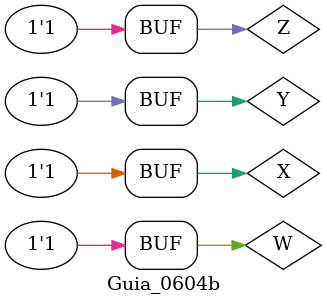
<source format=v>
/*
 Guia_0604b.v - v0.0. - 28 / 08 / 2022
 Autor    : Gabriel Vargas Bento de Souza
 Matricula: 778023
 */

/* 
 Produto das somas
                  ____
F(X, Y, W, Z) =   | |  M (4,8,9,11,15)
*/

/**
 PoS (4,8,9,11,15)
 */
module PoS (output S,
            input  X, Y, W, Z);
   assign S = ( X | ~Y |  W |  Z)   // 4
            & (~X |  Y |  W |  Z)   // 8
            & (~X |  Y |  W | ~Z)   // 9
            & (~X |  Y | ~W | ~Z)   // 11
            & (~X | ~Y | ~W | ~Z);  // 15
endmodule // PoS 

/**
 PoS(4,8,9,11,15)_Simplificado = = X'+Y +W . X'+W'+Z' . X +Y'+W +Z
 */
module PoS_simple (output S,
                   input  X, Y, W, Z);
   assign S = (~X |  Y |  W)
            & (~X | ~W | ~Z)
            & ( X | ~Y |  W |  Z);
endmodule // PoS_simple

/**
  Guia_0604b.v
 */
module Guia_0604b;
   reg  X, Y, W, Z;
   wire S1, S2;
   
   // instancias
   PoS        POS1 (S1, X, Y, W, Z);
   PoS_simple POS2 (S2, X, Y, W, Z);
   
   // valores iniciais
   initial begin: start
      X=1'bx; Y=1'bx; W=1'bx; Z=1'bx;
   end

   // parte principal
   initial begin: main
       $display("Gabriel Vargas Bento de Souza - 778023");
       $display("Guia_06");
       $display("\n04.b) PoS (4,8,9,11,15)\n");

       // monitoramento
       $display(" X  Y  W  Z  S1  S2");
       $monitor("%2b %2b %2b %2b %2b %3b", X,  Y,  W,  Z,  S1, S2);

       // sinalizacao
          X=0; Y=0; W=0; Z=0;
       #1                Z=1;
       #1           W=1; Z=0;
       #1                Z=1;
       #1      Y=1; W=0; Z=0;
       #1                Z=1;
       #1           W=1; Z=0;
       #1                Z=1;
       #1 X=1; Y=0; W=0; Z=0;
       #1                Z=1;
       #1           W=1; Z=0;
       #1                Z=1;
       #1      Y=1; W=0; Z=0;
       #1                Z=1;
       #1           W=1; Z=0;
       #1                Z=1;
   end
endmodule // Guia_0604b

/*
C:\Users\Gabriel\Desktop\CC-PUC\2Periodo\ARQ1\Tarefas\Guia06>vvp Guia_0604b.vvp
Gabriel Vargas Bento de Souza - 778023
Guia_06

04.b) PoS (4,8,9,11,15)

 X  Y  W  Z  S1  S2
 0  0  0  0  1   1
 0  0  0  1  1   1
 0  0  1  0  1   1
 0  0  1  1  1   1
 0  1  0  0  0   0
 0  1  0  1  1   1
 0  1  1  0  1   1
 0  1  1  1  1   1
 1  0  0  0  0   0
 1  0  0  1  0   0
 1  0  1  0  1   1
 1  0  1  1  0   0
 1  1  0  0  1   1
 1  1  0  1  1   1
 1  1  1  0  1   1
 1  1  1  1  0   0

*/
</source>
